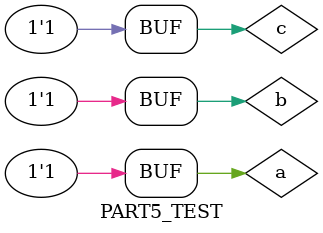
<source format=v>
`timescale 1ns / 1ps

module AND_GATE_TEST();
    reg a;
    reg b;
    wire result;
    
    AND_GATE AND_TEST(.I0(a), .I1(b), .O(result));
    
    initial begin
    
    a = 0; b = 0; #250;
    a = 0; b = 1; #250;
    a = 1; b = 0; #250;
    a = 1; b = 1; #250;
    
    end
endmodule

module OR_GATE_TEST();
    reg a;
    reg b;
    wire result;
    
    OR_GATE OR_TEST(.I0(a), .I1(b), .O(result));
    
    initial begin
    
    a = 0; b = 0; #250;
    a = 0; b = 1; #250;
    a = 1; b = 0; #250;
    a = 1; b = 1; #250;
    
    end
endmodule

module NOT_GATE_TEST();
    reg a;
    wire complement_of_a;
    
    NOT_GATE NOT_TEST(.I(a), .O(complement_of_a));
    
    initial begin
    
    a = 0; #500;
    a = 1; #500;
    
    end
endmodule

module XOR_GATE_TEST();
    reg a;
    reg b;
    wire result;
    
    XOR_GATE XOR_TEST(.I0(a), .I1(b), .O(result));
    
    initial begin
    
    a = 0; b = 0; #250;
    a = 0; b = 1; #250;
    a = 1; b = 0; #250;
    a = 1; b = 1; #250;
    
    end
endmodule

module NAND_GATES_TEST();
    reg a;
    reg b;
    wire result;
    
    NAND_GATE NAND_TEST(.I0(a), .I1(b), .O(result));
    
    initial begin
    
    a = 0; b = 0; #250;
    a = 0; b = 1; #250;
    a = 1; b = 0; #250;
    a = 1; b = 1; #250;
    
    end
endmodule

module MULTIPLEXER81_TEST();
    reg a;
    reg b;
    reg c;
    
    wire F;
    
    MULTIPLEXER81 MULTIPLEXER_TEST(.I0(0), .I1(1), .I2(0), .I3(1), .I4(0), .I5(1), .I6(0), .I7(1), .S2(a), .S1(b), .S0(c), .O(F));
    
    initial begin
    
    a = 0; b = 0; c = 0; #125;
    a = 0; b = 0; c = 1; #125;
    a = 0; b = 1; c = 0; #125;
    a = 0; b = 1; c = 1; #125;
    a = 1; b = 0; c = 0; #125;
    a = 1; b = 0; c = 1; #125;
    a = 1; b = 1; c = 0; #125;
    a = 1; b = 1; c = 1; #125;
    
    end

endmodule

module DECODER38_TEST();
    reg a;
    reg b;
    reg c;
    
    wire _0, _1, _2, _3, _4, _5, _6, _7;
    
    DECODER38 DECODER_TEST(.S2(a), .S1(b), .S0(c), .O0(_0), .O1(_1) ,.O2(_2), .O3(_3), .O4(_4), .O5(_5), .O6(_6), .O7(_7));
    
    initial begin
    
    a = 0; b = 0; c = 0; #125;
    a = 0; b = 0; c = 1; #125;
    a = 0; b = 1; c = 0; #125;
    a = 0; b = 1; c = 1; #125;
    a = 1; b = 0; c = 0; #125;
    a = 1; b = 0; c = 1; #125;
    a = 1; b = 1; c = 0; #125;
    a = 1; b = 1; c = 1; #125;
    
    end
    
endmodule

module HALF_ADDER1_TEST();
    reg a;
    reg b;
    wire result;
    wire carry_out;
    
    HALF_ADDER1 HALF_ADDING_TEST(.I0(a), .I1(b), .SUM(result), .CARRY(carry_out));
    
    initial begin
    
    a = 0; b = 0; #250;
    a = 0; b = 1; #250;
    a = 1; b = 0; #250;
    a = 1; b = 1; #250;
    
    end
endmodule

module FULL_ADDER1_TEST();
    reg a;
    reg b;
    reg carry_in;
    wire result;
    wire carry_out;
    
    FULL_ADDER1 FULL_ADDING1_TEST(.I0(a), .I1(b), .SUM(result), .CARRY_IN(carry_in), .CARRY_OUT(carry_out));
    
    initial begin
    
    a = 0; b = 0; carry_in = 0; #125;
    a = 0; b = 0; carry_in = 1; #125;
    a = 0; b = 1; carry_in = 0; #125;
    a = 0; b = 1; carry_in = 1; #125;
    a = 1; b = 0; carry_in = 0; #125;
    a = 1; b = 0; carry_in = 1; #125;
    a = 1; b = 1; carry_in = 0; #125;
    a = 1; b = 1; carry_in = 1; #125;
    
    end
endmodule

module FULL_ADDER4_TEST();
    reg [3:0] a;
    reg [3:0] b;
    reg [0:0] carry_in;
    wire [3:0] result;
    wire [0:0] carry_out;
    
    FULL_ADDER4 FULL_ADDING4_TEST(.A(a), .B(b), .SUM(result), .CARRY_IN(carry_in), .CARRY_OUT(carry_out));
    
    initial begin
    
    a = 4'd8; b = 4'd1; carry_in = 0; #125;
    a = 4'd2; b = 4'd7; carry_in = 0; #125;
    a = 4'd4; b = 4'd5; carry_in = 0; #125;
    a = 4'd11; b = 4'd10; carry_in = 0; #125;
    a = 4'd14; b = 4'd5; carry_in = 0; #125;
    a = 4'd15; b = 4'd9; carry_in = 0; #125;
    a = 4'd6; b = 4'd3; carry_in = 0; #125;
    a = 4'd8; b = 4'd12; carry_in = 0; #125;
    
    end
endmodule

module FULL_ADDER8_TEST();
    reg [7:0] a;
    reg [7:0] b;
    reg [0:0] carry_in;
    wire [7:0] result;
    wire [0:0] carry_out;
    
    FULL_ADDER8 FULL_ADDING8_TEST(.A(a), .B(b), .SUM(result), .CARRY_IN(carry_in), .CARRY_OUT(carry_out));
    
    initial begin
    
    a = 8'd29; b = 8'd5; carry_in = 0; #125;
    a = 8'd51; b = 8'd92; carry_in = 0; #125;
    a = 8'd17; b = 8'd28; carry_in = 0; #125;
    a = 8'd191; b = 8'd2; carry_in = 0; #125;
    a = 8'd200; b = 8'd95; carry_in = 0; #125;
    a = 8'd49; b = 8'd25; carry_in = 0; #125;
    a = 8'd78; b = 8'd255; carry_in = 0; #125;
    a = 8'd43; b = 8'd59; carry_in = 0; #125;

    end
endmodule

module ADDER_SUBTRACTOR16_TEST();
    reg [15:0] a;
    reg [15:0] b;
    reg [0:0] switch;
    wire [15:0] result;
    wire [0:0] carry_out;
    
    ADDER_SUBTRACTOR16 ADDER_SUBTRACTOR_TEST(.A(a), .B(b), .SWITCH(switch), .RESULT(result), .CARRY_OUT(carry_out));
    
    initial begin
    
    a = 16'd23; b = 16'd3; switch = 0; #125;
    a = 16'd21; b = 16'd75; switch = 0; #125;
    a = 16'd16800; b = 16'd16900; switch = 0; #125;
    a = 16'd69834; b = 16'd66500; switch = 0; #125;
    a = 16'd325; b = 16'd97; switch = 0; #125;
    a = 16'd44; b = 16'd190; switch = 0; #125;
    a = 16'd463; b = 16'd241; switch = 0; #125;
    a = 16'd86; b = 16'd572; switch = 0; #125;
    
    end
endmodule

module B_MINUS_2A_CALCULATOR_TEST();
    reg [15:0] a;
    reg [15:0] b;
    wire [15:0] result;
    
    B_MINUS_2A_CALCULATOR B_MINUS_2A_TEST(.A(a), .B(b), .RESULT(result));
    
    initial begin
    
    a = 16'd32; b = 16'd7; #125;
    a = 16'd21; b = 16'd85; #125;
    a = 16'd16; b = 16'd36; #125;
    a = 16'd256; b = 16'd5; #125;
    a = 16'd200; b = 16'd95; #125;
    a = 16'd45; b = 16'd135; #125;
    a = 16'd36; b = 16'd255; #125;
    a = 16'd25; b = 16'd65; #125;
    
    end
endmodule

module PART2_TEST();
    reg a;
    reg b;
    reg c;
    reg d;
    
    wire F;
    
    PART2 PART2_TESTING(.a(a), .b(b), .c(c), .d(d), .F(F));
    
    initial begin
    
    a = 0; b = 0; c = 0; d = 0; #62.5;
    a = 0; b = 0; c = 0; d = 1; #62.5;
    a = 0; b = 0; c = 1; d = 0; #62.5;
    a = 0; b = 0; c = 1; d = 1; #62.5;
    a = 0; b = 1; c = 0; d = 0; #62.5;
    a = 0; b = 1; c = 0; d = 1; #62.5;
    a = 0; b = 1; c = 1; d = 0; #62.5;
    a = 0; b = 1; c = 1; d = 1; #62.5;
    a = 1; b = 0; c = 0; d = 0; #62.5;
    a = 1; b = 0; c = 0; d = 1; #62.5;
    a = 1; b = 0; c = 1; d = 0; #62.5;
    a = 1; b = 0; c = 1; d = 1; #62.5;
    a = 1; b = 1; c = 0; d = 0; #62.5;
    a = 1; b = 1; c = 0; d = 1; #62.5;
    a = 1; b = 1; c = 1; d = 0; #62.5;
    a = 1; b = 1; c = 1; d = 1; #62.5;
    
    end
endmodule
    
module PART3_TEST();
    reg a;
    reg b;
    reg c;
    reg d;
    
    wire F;
    
    PART3 PART3_TESTING(.a(a), .b(b), .c(c), .d(d), .F(F));
    
    initial begin
    
    a = 0; b = 0; c = 0; d = 0; #62.5;
    a = 0; b = 0; c = 0; d = 1; #62.5;
    a = 0; b = 0; c = 1; d = 0; #62.5;
    a = 0; b = 0; c = 1; d = 1; #62.5;
    a = 0; b = 1; c = 0; d = 0; #62.5;
    a = 0; b = 1; c = 0; d = 1; #62.5;
    a = 0; b = 1; c = 1; d = 0; #62.5;
    a = 0; b = 1; c = 1; d = 1; #62.5;
    a = 1; b = 0; c = 0; d = 0; #62.5;
    a = 1; b = 0; c = 0; d = 1; #62.5;
    a = 1; b = 0; c = 1; d = 0; #62.5;
    a = 1; b = 0; c = 1; d = 1; #62.5;
    a = 1; b = 1; c = 0; d = 0; #62.5;
    a = 1; b = 1; c = 0; d = 1; #62.5;
    a = 1; b = 1; c = 1; d = 0; #62.5;
    a = 1; b = 1; c = 1; d = 1; #62.5;
    
    end
endmodule

module PART4_TEST();
    reg a;
    reg b;
    reg c;
    reg d;
    
    wire F;
    
    PART4 PART4_TESTING(.a(a), .b(b), .c(c), .d(d), .F(F));
    
    initial begin
    
    a = 0; b = 0; c = 0; d = 0; #62.5;
    a = 0; b = 0; c = 0; d = 1; #62.5;
    a = 0; b = 0; c = 1; d = 0; #62.5;
    a = 0; b = 0; c = 1; d = 1; #62.5;
    a = 0; b = 1; c = 0; d = 0; #62.5;
    a = 0; b = 1; c = 0; d = 1; #62.5;
    a = 0; b = 1; c = 1; d = 0; #62.5;
    a = 0; b = 1; c = 1; d = 1; #62.5;
    a = 1; b = 0; c = 0; d = 0; #62.5;
    a = 1; b = 0; c = 0; d = 1; #62.5;
    a = 1; b = 0; c = 1; d = 0; #62.5;
    a = 1; b = 0; c = 1; d = 1; #62.5;
    a = 1; b = 1; c = 0; d = 0; #62.5;
    a = 1; b = 1; c = 0; d = 1; #62.5;
    a = 1; b = 1; c = 1; d = 0; #62.5;
    a = 1; b = 1; c = 1; d = 1; #62.5;
    
    end
 endmodule
 
 module PART5_TEST();
    reg a;
    reg b;
    reg c;
    
    wire F2;
    wire F3;
    
    PART5 PART5_TESTING(.a(a), .b(b), .c(c), .F2(F2), .F3(F3));
    
    initial begin
    
    a = 0; b = 0; c = 0; #125;
    a = 0; b = 0; c = 1; #125;
    a = 0; b = 1; c = 0; #125;
    a = 0; b = 1; c = 1; #125;
    a = 1; b = 0; c = 0; #125;
    a = 1; b = 0; c = 1; #125;
    a = 1; b = 1; c = 0; #125;
    a = 1; b = 1; c = 1; #125;
    
    end
 endmodule
 
// ÖZBERK HAZANTEKÝN 150200100
// LORA NOÇKA 150200912
</source>
